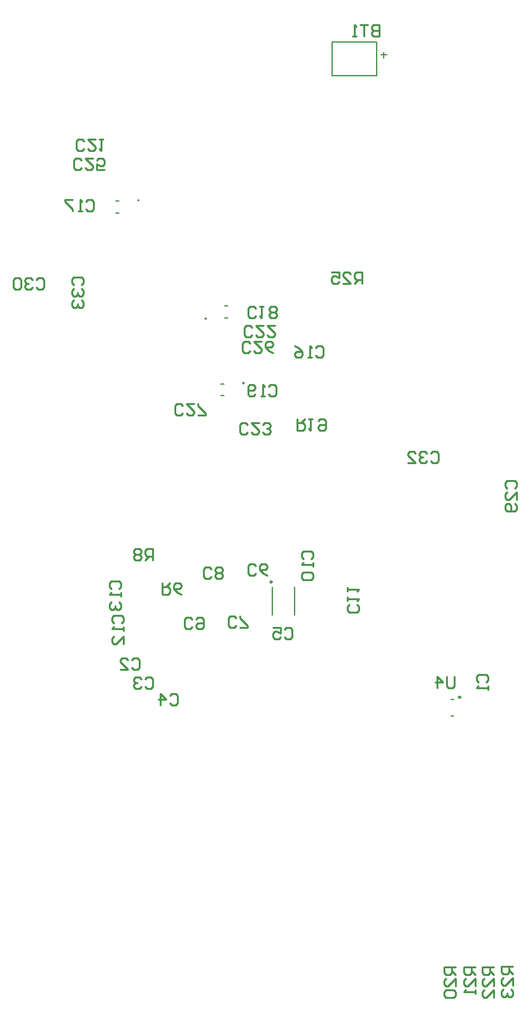
<source format=gbo>
%FSLAX25Y25*%
%MOIN*%
G70*
G01*
G75*
G04 Layer_Color=32896*
%ADD10R,0.03150X0.06299*%
%ADD11O,0.12598X0.02362*%
%ADD12R,0.00945X0.11811*%
%ADD13R,0.11811X0.00945*%
%ADD14O,0.11811X0.00945*%
%ADD15R,0.03937X0.04331*%
%ADD16R,0.05906X0.05118*%
%ADD17R,0.05118X0.05906*%
%ADD18R,0.09449X0.07087*%
%ADD19R,0.07874X0.04724*%
%ADD20R,0.08268X0.02362*%
%ADD21R,0.17716X0.19685*%
%ADD22R,0.08661X0.11811*%
%ADD23R,0.11024X0.07874*%
%ADD24R,0.06299X0.03150*%
%ADD25R,0.11000X0.15000*%
%ADD26R,0.10984X0.11811*%
%ADD27R,0.06496X0.04724*%
%ADD28R,0.06496X0.04528*%
%ADD29R,0.06299X0.10630*%
%ADD30R,0.10236X0.09449*%
%ADD31R,0.06299X0.07087*%
%ADD32R,0.07087X0.06299*%
%ADD33R,0.08661X0.13386*%
%ADD34R,0.04528X0.06496*%
%ADD35R,0.04724X0.06496*%
%ADD36R,0.07874X0.01378*%
%ADD37O,0.07874X0.01378*%
%ADD38R,0.06500X0.11201*%
%ADD39R,0.09055X0.05906*%
%ADD40R,0.09055X0.05906*%
%ADD41R,0.09055X0.09055*%
%ADD42R,0.05512X0.14961*%
%ADD43R,0.07284X0.01575*%
%ADD44R,0.23622X0.23622*%
%ADD45O,0.00669X0.05709*%
%ADD46R,0.00669X0.05709*%
%ADD47C,0.02500*%
%ADD48C,0.01000*%
%ADD49C,0.00800*%
%ADD50C,0.00600*%
%ADD51C,0.00661*%
%ADD52C,0.00700*%
%ADD53C,0.02205*%
%ADD54C,0.01654*%
%ADD55C,0.00965*%
%ADD56C,0.01102*%
%ADD57C,0.00900*%
%ADD58C,0.05906*%
%ADD59R,0.05906X0.05906*%
%ADD60C,0.06000*%
%ADD61R,0.05906X0.05906*%
%ADD62C,0.15748*%
%ADD63C,0.05000*%
%ADD64R,0.08661X0.07874*%
%ADD65C,0.00984*%
%ADD66C,0.01200*%
%ADD67C,0.00787*%
%ADD68C,0.01575*%
%ADD69C,0.00591*%
D48*
X423000Y827498D02*
Y821500D01*
X420001D01*
X419001Y822500D01*
Y823499D01*
X420001Y824499D01*
X423000D01*
X420001D01*
X419001Y825499D01*
Y826498D01*
X420001Y827498D01*
X423000D01*
X417002D02*
X413003D01*
X415003D01*
Y821500D01*
X411004D02*
X409004D01*
X410004D01*
Y827498D01*
X411004Y826498D01*
X462500Y485998D02*
Y481000D01*
X461500Y480000D01*
X459501D01*
X458501Y481000D01*
Y485998D01*
X453503Y480000D02*
Y485998D01*
X456502Y482999D01*
X452503D01*
X414000Y692000D02*
Y697998D01*
X411001D01*
X410001Y696998D01*
Y694999D01*
X411001Y693999D01*
X414000D01*
X412001D02*
X410001Y692000D01*
X404003D02*
X408002D01*
X404003Y695999D01*
Y696998D01*
X405003Y697998D01*
X407002D01*
X408002Y696998D01*
X398005Y697998D02*
X402004D01*
Y694999D01*
X400004Y695999D01*
X399005D01*
X398005Y694999D01*
Y693000D01*
X399005Y692000D01*
X401004D01*
X402004Y693000D01*
X380000Y621000D02*
Y615002D01*
X382999D01*
X383999Y616002D01*
Y618001D01*
X382999Y619001D01*
X380000D01*
X381999D02*
X383999Y621000D01*
X385998D02*
X387997D01*
X386998D01*
Y615002D01*
X385998Y616002D01*
X390996Y620000D02*
X391996Y621000D01*
X393995D01*
X394995Y620000D01*
Y616002D01*
X393995Y615002D01*
X391996D01*
X390996Y616002D01*
Y617001D01*
X391996Y618001D01*
X394995D01*
X304453Y547047D02*
Y553045D01*
X301454D01*
X300454Y552046D01*
Y550046D01*
X301454Y549047D01*
X304453D01*
X302453D02*
X300454Y547047D01*
X298455Y552046D02*
X297455Y553045D01*
X295456D01*
X294456Y552046D01*
Y551046D01*
X295456Y550046D01*
X294456Y549047D01*
Y548047D01*
X295456Y547047D01*
X297455D01*
X298455Y548047D01*
Y549047D01*
X297455Y550046D01*
X298455Y551046D01*
Y552046D01*
X297455Y550046D02*
X295456D01*
X309453Y535047D02*
Y529049D01*
X312452D01*
X313452Y530049D01*
Y532048D01*
X312452Y533048D01*
X309453D01*
X311452D02*
X313452Y535047D01*
X319449Y529049D02*
X317450Y530049D01*
X315451Y532048D01*
Y534048D01*
X316451Y535047D01*
X318450D01*
X319449Y534048D01*
Y533048D01*
X318450Y532048D01*
X315451D01*
X313454Y476046D02*
X314454Y477045D01*
X316453D01*
X317453Y476046D01*
Y472047D01*
X316453Y471047D01*
X314454D01*
X313454Y472047D01*
X308456Y471047D02*
Y477045D01*
X311455Y474046D01*
X307456D01*
X300454Y484546D02*
X301454Y485545D01*
X303453D01*
X304453Y484546D01*
Y480547D01*
X303453Y479547D01*
X301454D01*
X300454Y480547D01*
X298455Y484546D02*
X297455Y485545D01*
X295456D01*
X294456Y484546D01*
Y483546D01*
X295456Y482546D01*
X296455D01*
X295456D01*
X294456Y481547D01*
Y480547D01*
X295456Y479547D01*
X297455D01*
X298455Y480547D01*
X293501Y494498D02*
X294501Y495498D01*
X296500D01*
X297500Y494498D01*
Y490500D01*
X296500Y489500D01*
X294501D01*
X293501Y490500D01*
X287503Y489500D02*
X291502D01*
X287503Y493499D01*
Y494498D01*
X288503Y495498D01*
X290502D01*
X291502Y494498D01*
X474954Y483048D02*
X473955Y484048D01*
Y486048D01*
X474954Y487047D01*
X478953D01*
X479953Y486048D01*
Y484048D01*
X478953Y483048D01*
X479953Y481049D02*
Y479050D01*
Y480050D01*
X473955D01*
X474954Y481049D01*
X493000Y334000D02*
X487002D01*
Y331001D01*
X488002Y330001D01*
X490001D01*
X491001Y331001D01*
Y334000D01*
Y332001D02*
X493000Y330001D01*
Y324003D02*
Y328002D01*
X489001Y324003D01*
X488002D01*
X487002Y325003D01*
Y327002D01*
X488002Y328002D01*
Y322004D02*
X487002Y321004D01*
Y319005D01*
X488002Y318005D01*
X489001D01*
X490001Y319005D01*
Y320005D01*
Y319005D01*
X491001Y318005D01*
X492000D01*
X493000Y319005D01*
Y321004D01*
X492000Y322004D01*
X483000Y333500D02*
X477002D01*
Y330501D01*
X478002Y329501D01*
X480001D01*
X481001Y330501D01*
Y333500D01*
Y331501D02*
X483000Y329501D01*
Y323503D02*
Y327502D01*
X479001Y323503D01*
X478002D01*
X477002Y324503D01*
Y326502D01*
X478002Y327502D01*
X483000Y317505D02*
Y321504D01*
X479001Y317505D01*
X478002D01*
X477002Y318505D01*
Y320504D01*
X478002Y321504D01*
X473500Y333500D02*
X467502D01*
Y330501D01*
X468502Y329501D01*
X470501D01*
X471501Y330501D01*
Y333500D01*
Y331501D02*
X473500Y329501D01*
Y323503D02*
Y327502D01*
X469501Y323503D01*
X468502D01*
X467502Y324503D01*
Y326502D01*
X468502Y327502D01*
X473500Y321504D02*
Y319504D01*
Y320504D01*
X467502D01*
X468502Y321504D01*
X463000Y333500D02*
X457002D01*
Y330501D01*
X458002Y329501D01*
X460001D01*
X461001Y330501D01*
Y333500D01*
Y331501D02*
X463000Y329501D01*
Y323503D02*
Y327502D01*
X459001Y323503D01*
X458002D01*
X457002Y324503D01*
Y326502D01*
X458002Y327502D01*
Y321504D02*
X457002Y320504D01*
Y318505D01*
X458002Y317505D01*
X462000D01*
X463000Y318505D01*
Y320504D01*
X462000Y321504D01*
X458002D01*
X262895Y691202D02*
X261896Y692202D01*
Y694201D01*
X262895Y695201D01*
X266894D01*
X267894Y694201D01*
Y692202D01*
X266894Y691202D01*
X262895Y689203D02*
X261896Y688203D01*
Y686204D01*
X262895Y685204D01*
X263895D01*
X264895Y686204D01*
Y687203D01*
Y686204D01*
X265894Y685204D01*
X266894D01*
X267894Y686204D01*
Y688203D01*
X266894Y689203D01*
X262895Y683205D02*
X261896Y682205D01*
Y680206D01*
X262895Y679206D01*
X263895D01*
X264895Y680206D01*
Y681205D01*
Y680206D01*
X265894Y679206D01*
X266894D01*
X267894Y680206D01*
Y682205D01*
X266894Y683205D01*
X450108Y602798D02*
X451107Y603797D01*
X453107D01*
X454106Y602798D01*
Y598799D01*
X453107Y597799D01*
X451107D01*
X450108Y598799D01*
X448108Y602798D02*
X447109Y603797D01*
X445109D01*
X444109Y602798D01*
Y601798D01*
X445109Y600798D01*
X446109D01*
X445109D01*
X444109Y599798D01*
Y598799D01*
X445109Y597799D01*
X447109D01*
X448108Y598799D01*
X438111Y597799D02*
X442110D01*
X438111Y601798D01*
Y602798D01*
X439111Y603797D01*
X441111D01*
X442110Y602798D01*
X243495Y693799D02*
X244495Y694799D01*
X246494D01*
X247494Y693799D01*
Y689801D01*
X246494Y688801D01*
X244495D01*
X243495Y689801D01*
X241496Y693799D02*
X240496Y694799D01*
X238497D01*
X237497Y693799D01*
Y692800D01*
X238497Y691800D01*
X239496D01*
X238497D01*
X237497Y690800D01*
Y689801D01*
X238497Y688801D01*
X240496D01*
X241496Y689801D01*
X235498Y693799D02*
X234498Y694799D01*
X232499D01*
X231499Y693799D01*
Y689801D01*
X232499Y688801D01*
X234498D01*
X235498Y689801D01*
Y693799D01*
X490002Y584501D02*
X489002Y585501D01*
Y587500D01*
X490002Y588500D01*
X494000D01*
X495000Y587500D01*
Y585501D01*
X494000Y584501D01*
X495000Y578503D02*
Y582502D01*
X491001Y578503D01*
X490002D01*
X489002Y579503D01*
Y581502D01*
X490002Y582502D01*
X494000Y576504D02*
X495000Y575504D01*
Y573505D01*
X494000Y572505D01*
X490002D01*
X489002Y573505D01*
Y575504D01*
X490002Y576504D01*
X491001D01*
X492001Y575504D01*
Y572505D01*
X319999Y623735D02*
X318999Y622736D01*
X317000D01*
X316000Y623735D01*
Y627734D01*
X317000Y628734D01*
X318999D01*
X319999Y627734D01*
X325997Y628734D02*
X321998D01*
X325997Y624735D01*
Y623735D01*
X324997Y622736D01*
X322998D01*
X321998Y623735D01*
X327996Y622736D02*
X331995D01*
Y623735D01*
X327996Y627734D01*
Y628734D01*
X355499Y656502D02*
X354499Y655502D01*
X352500D01*
X351500Y656502D01*
Y660500D01*
X352500Y661500D01*
X354499D01*
X355499Y660500D01*
X361497Y661500D02*
X357498D01*
X361497Y657501D01*
Y656502D01*
X360497Y655502D01*
X358498D01*
X357498Y656502D01*
X367495Y655502D02*
X365495Y656502D01*
X363496Y658501D01*
Y660500D01*
X364496Y661500D01*
X366495D01*
X367495Y660500D01*
Y659501D01*
X366495Y658501D01*
X363496D01*
X266999Y752502D02*
X265999Y751502D01*
X264000D01*
X263000Y752502D01*
Y756500D01*
X264000Y757500D01*
X265999D01*
X266999Y756500D01*
X272997Y757500D02*
X268998D01*
X272997Y753501D01*
Y752502D01*
X271997Y751502D01*
X269998D01*
X268998Y752502D01*
X278995Y751502D02*
X274996D01*
Y754501D01*
X276995Y753501D01*
X277995D01*
X278995Y754501D01*
Y756500D01*
X277995Y757500D01*
X275996D01*
X274996Y756500D01*
X353999Y613735D02*
X352999Y612736D01*
X351000D01*
X350000Y613735D01*
Y617734D01*
X351000Y618734D01*
X352999D01*
X353999Y617734D01*
X359997Y618734D02*
X355998D01*
X359997Y614735D01*
Y613735D01*
X358997Y612736D01*
X356998D01*
X355998Y613735D01*
X361996D02*
X362996Y612736D01*
X364995D01*
X365995Y613735D01*
Y614735D01*
X364995Y615735D01*
X363996D01*
X364995D01*
X365995Y616735D01*
Y617734D01*
X364995Y618734D01*
X362996D01*
X361996Y617734D01*
X356499Y665002D02*
X355499Y664002D01*
X353500D01*
X352500Y665002D01*
Y669000D01*
X353500Y670000D01*
X355499D01*
X356499Y669000D01*
X362497Y670000D02*
X358498D01*
X362497Y666001D01*
Y665002D01*
X361497Y664002D01*
X359498D01*
X358498Y665002D01*
X368495Y670000D02*
X364496D01*
X368495Y666001D01*
Y665002D01*
X367495Y664002D01*
X365496D01*
X364496Y665002D01*
X268499Y762502D02*
X267499Y761502D01*
X265500D01*
X264500Y762502D01*
Y766500D01*
X265500Y767500D01*
X267499D01*
X268499Y766500D01*
X274497Y767500D02*
X270498D01*
X274497Y763501D01*
Y762502D01*
X273497Y761502D01*
X271498D01*
X270498Y762502D01*
X276496Y767500D02*
X278496D01*
X277496D01*
Y761502D01*
X276496Y762502D01*
X365214Y637913D02*
X366214Y638913D01*
X368213D01*
X369213Y637913D01*
Y633915D01*
X368213Y632915D01*
X366214D01*
X365214Y633915D01*
X363214Y632915D02*
X361215D01*
X362215D01*
Y638913D01*
X363214Y637913D01*
X358216Y633915D02*
X357217Y632915D01*
X355217D01*
X354218Y633915D01*
Y637913D01*
X355217Y638913D01*
X357217D01*
X358216Y637913D01*
Y636914D01*
X357217Y635914D01*
X354218D01*
X358499Y675002D02*
X357499Y674002D01*
X355500D01*
X354500Y675002D01*
Y679000D01*
X355500Y680000D01*
X357499D01*
X358499Y679000D01*
X360498Y680000D02*
X362497D01*
X361498D01*
Y674002D01*
X360498Y675002D01*
X365496D02*
X366496Y674002D01*
X368495D01*
X369495Y675002D01*
Y676001D01*
X368495Y677001D01*
X369495Y678001D01*
Y679000D01*
X368495Y680000D01*
X366496D01*
X365496Y679000D01*
Y678001D01*
X366496Y677001D01*
X365496Y676001D01*
Y675002D01*
X366496Y677001D02*
X368495D01*
X269501Y734998D02*
X270501Y735998D01*
X272500D01*
X273500Y734998D01*
Y731000D01*
X272500Y730000D01*
X270501D01*
X269501Y731000D01*
X267502Y730000D02*
X265503D01*
X266502D01*
Y735998D01*
X267502Y734998D01*
X262504Y735998D02*
X258505D01*
Y734998D01*
X262504Y731000D01*
Y730000D01*
X389601Y658098D02*
X390601Y659098D01*
X392600D01*
X393600Y658098D01*
Y654100D01*
X392600Y653100D01*
X390601D01*
X389601Y654100D01*
X387602Y653100D02*
X385603D01*
X386602D01*
Y659098D01*
X387602Y658098D01*
X378605Y659098D02*
X380604Y658098D01*
X382604Y656099D01*
Y654100D01*
X381604Y653100D01*
X379605D01*
X378605Y654100D01*
Y655099D01*
X379605Y656099D01*
X382604D01*
X282702Y531808D02*
X281703Y532808D01*
Y534807D01*
X282702Y535807D01*
X286701D01*
X287701Y534807D01*
Y532808D01*
X286701Y531808D01*
X287701Y529809D02*
Y527810D01*
Y528809D01*
X281703D01*
X282702Y529809D01*
Y524811D02*
X281703Y523811D01*
Y521812D01*
X282702Y520812D01*
X283702D01*
X284702Y521812D01*
Y522811D01*
Y521812D01*
X285701Y520812D01*
X286701D01*
X287701Y521812D01*
Y523811D01*
X286701Y524811D01*
X284202Y513808D02*
X283203Y514808D01*
Y516807D01*
X284202Y517807D01*
X288201D01*
X289201Y516807D01*
Y514808D01*
X288201Y513808D01*
X289201Y511809D02*
Y509810D01*
Y510809D01*
X283203D01*
X284202Y511809D01*
X289201Y502812D02*
Y506811D01*
X285202Y502812D01*
X284202D01*
X283203Y503812D01*
Y505811D01*
X284202Y506811D01*
X411451Y523546D02*
X412451Y522546D01*
Y520547D01*
X411451Y519547D01*
X407452D01*
X406453Y520547D01*
Y522546D01*
X407452Y523546D01*
X406453Y525545D02*
Y527545D01*
Y526545D01*
X412451D01*
X411451Y525545D01*
X406453Y530544D02*
Y532543D01*
Y531543D01*
X412451D01*
X411451Y530544D01*
X383454Y547548D02*
X382455Y548548D01*
Y550548D01*
X383454Y551547D01*
X387453D01*
X388453Y550548D01*
Y548548D01*
X387453Y547548D01*
X388453Y545549D02*
Y543550D01*
Y544550D01*
X382455D01*
X383454Y545549D01*
Y540551D02*
X382455Y539551D01*
Y537552D01*
X383454Y536552D01*
X387453D01*
X388453Y537552D01*
Y539551D01*
X387453Y540551D01*
X383454D01*
X325200Y511809D02*
X324200Y510809D01*
X322200D01*
X321201Y511809D01*
Y515807D01*
X322200Y516807D01*
X324200D01*
X325200Y515807D01*
X327199D02*
X328199Y516807D01*
X330198D01*
X331198Y515807D01*
Y511809D01*
X330198Y510809D01*
X328199D01*
X327199Y511809D01*
Y512808D01*
X328199Y513808D01*
X331198D01*
X335199Y538309D02*
X334200Y537309D01*
X332201D01*
X331201Y538309D01*
Y542307D01*
X332201Y543307D01*
X334200D01*
X335199Y542307D01*
X337199Y538309D02*
X338198Y537309D01*
X340198D01*
X341198Y538309D01*
Y539308D01*
X340198Y540308D01*
X341198Y541308D01*
Y542307D01*
X340198Y543307D01*
X338198D01*
X337199Y542307D01*
Y541308D01*
X338198Y540308D01*
X337199Y539308D01*
Y538309D01*
X338198Y540308D02*
X340198D01*
X347999Y512502D02*
X346999Y511502D01*
X345000D01*
X344000Y512502D01*
Y516500D01*
X345000Y517500D01*
X346999D01*
X347999Y516500D01*
X349998Y511502D02*
X353997D01*
Y512502D01*
X349998Y516500D01*
Y517500D01*
X358452Y540049D02*
X357452Y539049D01*
X355452D01*
X354453Y540049D01*
Y544048D01*
X355452Y545047D01*
X357452D01*
X358452Y544048D01*
X364450Y539049D02*
X362450Y540049D01*
X360451Y542048D01*
Y544048D01*
X361451Y545047D01*
X363450D01*
X364450Y544048D01*
Y543048D01*
X363450Y542048D01*
X360451D01*
X373454Y510546D02*
X374454Y511545D01*
X376453D01*
X377453Y510546D01*
Y506547D01*
X376453Y505547D01*
X374454D01*
X373454Y506547D01*
X367456Y511545D02*
X371455D01*
Y508546D01*
X369455Y509546D01*
X368456D01*
X367456Y508546D01*
Y506547D01*
X368456Y505547D01*
X370455D01*
X371455Y506547D01*
D65*
X366945Y535539D02*
G03*
X366945Y535539I-492J0D01*
G01*
X465685Y475059D02*
G03*
X465685Y475059I-492J0D01*
G01*
D67*
X352287Y639734D02*
G03*
X352287Y639734I-394J0D01*
G01*
X297287Y735500D02*
G03*
X297287Y735500I-394J0D01*
G01*
X332500Y673500D02*
G03*
X332500Y673500I-394J0D01*
G01*
X340213Y639384D02*
X341787D01*
X340213Y633084D02*
X341787D01*
X285213Y735150D02*
X286788D01*
X285213Y728850D02*
X286788D01*
X342213Y680150D02*
X343787D01*
X342213Y673850D02*
X343787D01*
X367047Y518264D02*
Y532831D01*
X378858Y518264D02*
Y532831D01*
X460862Y465217D02*
X462043D01*
X460862Y473878D02*
X462043D01*
X398449Y800976D02*
Y818693D01*
Y800976D02*
X421677D01*
Y818693D01*
X398449D02*
X421677D01*
D69*
X427000Y811763D02*
X423983D01*
X425491Y813272D02*
Y810254D01*
M02*

</source>
